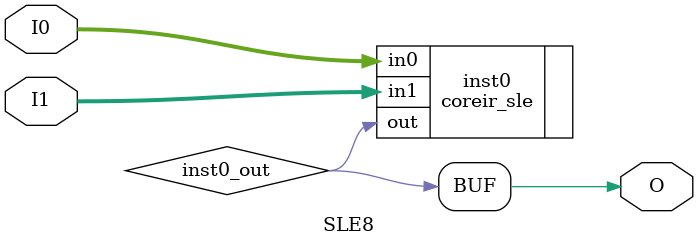
<source format=v>
module SLE8 (input [7:0] I0, input [7:0] I1, output  O);
wire  inst0_out;
coreir_sle inst0 (.in0(I0), .in1(I1), .out(inst0_out));
assign O = inst0_out;
endmodule


</source>
